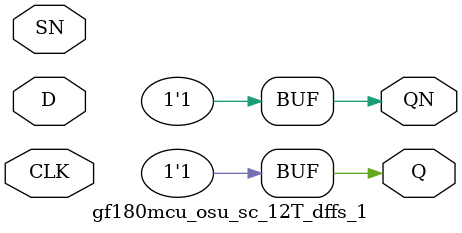
<source format=v>
`timescale 1ns/10ps
`celldefine
module gf180mcu_osu_sc_12T_dffs_1 (Q, QN, D, SN, CLK);
	output Q, QN;
	input D, SN, CLK;
	reg notifier;

	// Function
	buf (Q, 1'b1);
	buf (QN, 1'b1);

	// Timing
	specify
		$width (posedge SN &&& CLK, 0, 0, notifier);
	endspecify
endmodule
`endcelldefine

</source>
